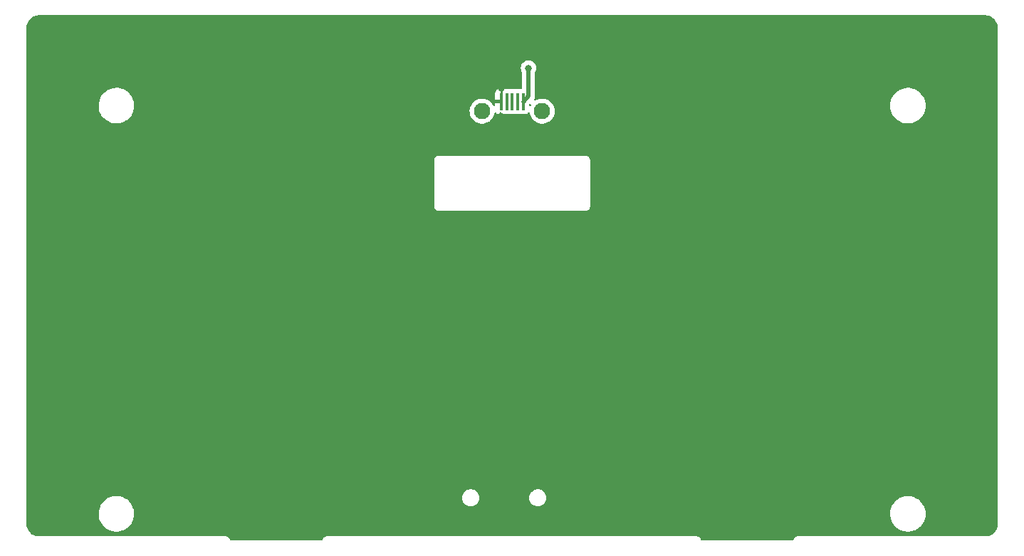
<source format=gbr>
%TF.GenerationSoftware,KiCad,Pcbnew,(6.0.1)*%
%TF.CreationDate,2022-12-13T21:33:40+01:00*%
%TF.ProjectId,SRD_Enhanced,5352445f-456e-4686-916e-6365642e6b69,rev?*%
%TF.SameCoordinates,Original*%
%TF.FileFunction,Copper,L2,Bot*%
%TF.FilePolarity,Positive*%
%FSLAX46Y46*%
G04 Gerber Fmt 4.6, Leading zero omitted, Abs format (unit mm)*
G04 Created by KiCad (PCBNEW (6.0.1)) date 2022-12-13 21:33:40*
%MOMM*%
%LPD*%
G01*
G04 APERTURE LIST*
%TA.AperFunction,SMDPad,CuDef*%
%ADD10R,0.400000X2.000000*%
%TD*%
%TA.AperFunction,ComponentPad*%
%ADD11C,1.946000*%
%TD*%
%TA.AperFunction,ViaPad*%
%ADD12C,0.800000*%
%TD*%
%TA.AperFunction,Conductor*%
%ADD13C,0.250000*%
%TD*%
%TA.AperFunction,Conductor*%
%ADD14C,0.399800*%
%TD*%
%TA.AperFunction,Conductor*%
%ADD15C,0.500000*%
%TD*%
G04 APERTURE END LIST*
D10*
%TO.P,J3,1,1*%
%TO.N,+5V*%
X113050000Y-50775000D03*
%TO.P,J3,2,2*%
%TO.N,unconnected-(J3-Pad2)*%
X112400000Y-50775000D03*
%TO.P,J3,3,3*%
%TO.N,unconnected-(J3-Pad3)*%
X111750000Y-50775000D03*
%TO.P,J3,4,4*%
%TO.N,unconnected-(J3-Pad4)*%
X111100000Y-50775000D03*
%TO.P,J3,5,5*%
%TO.N,GND*%
X110450000Y-50775000D03*
D11*
%TO.P,J3,MH1,MH1*%
%TO.N,unconnected-(J3-PadMH1)*%
X115325000Y-51915000D03*
%TO.P,J3,MH2,MH2*%
%TO.N,unconnected-(J3-PadMH2)*%
X108175000Y-51915000D03*
%TD*%
D12*
%TO.N,GND*%
X110450000Y-49166500D03*
X132900000Y-61650000D03*
X107000000Y-90550000D03*
%TO.N,+5V*%
X113695000Y-46798400D03*
%TD*%
D13*
%TO.N,GND*%
X110450000Y-49166500D02*
X110450000Y-50775000D01*
D14*
%TO.N,+5V*%
X113050200Y-50775000D02*
X113050000Y-50775000D01*
D15*
X113050200Y-50775000D02*
X113695000Y-50130200D01*
X113695000Y-50130200D02*
X113695000Y-46798400D01*
%TD*%
%TA.AperFunction,Conductor*%
%TO.N,GND*%
G36*
X167970056Y-40509500D02*
G01*
X167972284Y-40509847D01*
X167984859Y-40511805D01*
X167984861Y-40511805D01*
X167993730Y-40513186D01*
X168002632Y-40512022D01*
X168002634Y-40512022D01*
X168008959Y-40511195D01*
X168034282Y-40510452D01*
X168198126Y-40522170D01*
X168203343Y-40522543D01*
X168221137Y-40525101D01*
X168411540Y-40566521D01*
X168428788Y-40571586D01*
X168611358Y-40639682D01*
X168627710Y-40647149D01*
X168693020Y-40682810D01*
X168798734Y-40740534D01*
X168813848Y-40750248D01*
X168923516Y-40832344D01*
X168969842Y-40867023D01*
X168983428Y-40878796D01*
X169121204Y-41016572D01*
X169132977Y-41030158D01*
X169249752Y-41186152D01*
X169259469Y-41201271D01*
X169352851Y-41372290D01*
X169360318Y-41388642D01*
X169428414Y-41571212D01*
X169433480Y-41588462D01*
X169474899Y-41778863D01*
X169477457Y-41796658D01*
X169489041Y-41958629D01*
X169488297Y-41976533D01*
X169488195Y-41984858D01*
X169486814Y-41993730D01*
X169487978Y-42002632D01*
X169487978Y-42002635D01*
X169490936Y-42025251D01*
X169492000Y-42041589D01*
X169492000Y-100950672D01*
X169490500Y-100970056D01*
X169486814Y-100993730D01*
X169487978Y-101002632D01*
X169487978Y-101002634D01*
X169488805Y-101008959D01*
X169489548Y-101034282D01*
X169483732Y-101115605D01*
X169477457Y-101203343D01*
X169474899Y-101221137D01*
X169433480Y-101411538D01*
X169428414Y-101428788D01*
X169360318Y-101611358D01*
X169352851Y-101627710D01*
X169259469Y-101798729D01*
X169249752Y-101813848D01*
X169203214Y-101876016D01*
X169132977Y-101969842D01*
X169121204Y-101983428D01*
X168983428Y-102121204D01*
X168969841Y-102132977D01*
X168813848Y-102249752D01*
X168798734Y-102259466D01*
X168693020Y-102317190D01*
X168627710Y-102352851D01*
X168611358Y-102360318D01*
X168428788Y-102428414D01*
X168411540Y-102433479D01*
X168248022Y-102469051D01*
X168221137Y-102474899D01*
X168203342Y-102477457D01*
X168154443Y-102480954D01*
X168041369Y-102489041D01*
X168023467Y-102488297D01*
X168015142Y-102488195D01*
X168006270Y-102486814D01*
X167997368Y-102487978D01*
X167997365Y-102487978D01*
X167974749Y-102490936D01*
X167958411Y-102492000D01*
X145708702Y-102492000D01*
X145707932Y-102491998D01*
X145707078Y-102491993D01*
X145630348Y-102491524D01*
X145621719Y-102493990D01*
X145621714Y-102493991D01*
X145601952Y-102499639D01*
X145585191Y-102503217D01*
X145564848Y-102506130D01*
X145564838Y-102506133D01*
X145555955Y-102507405D01*
X145532605Y-102518021D01*
X145515093Y-102524464D01*
X145507057Y-102526761D01*
X145490435Y-102531512D01*
X145465452Y-102547274D01*
X145450386Y-102555404D01*
X145423490Y-102567633D01*
X145404061Y-102584374D01*
X145389053Y-102595479D01*
X145367369Y-102609160D01*
X145361427Y-102615888D01*
X145347819Y-102631296D01*
X145335627Y-102643340D01*
X145313253Y-102662619D01*
X145308374Y-102670147D01*
X145308371Y-102670150D01*
X145299304Y-102684139D01*
X145288014Y-102699013D01*
X145271044Y-102718228D01*
X145258490Y-102744966D01*
X145250176Y-102759935D01*
X145234107Y-102784727D01*
X145231535Y-102793327D01*
X145226761Y-102809290D01*
X145220099Y-102826736D01*
X145209201Y-102849948D01*
X145204658Y-102879128D01*
X145200873Y-102895854D01*
X145196609Y-102910109D01*
X145157924Y-102969640D01*
X145093195Y-102998807D01*
X145075894Y-103000000D01*
X134323417Y-103000000D01*
X134255296Y-102979998D01*
X134208803Y-102926342D01*
X134202268Y-102908627D01*
X134200361Y-102901955D01*
X134196783Y-102885191D01*
X134193870Y-102864848D01*
X134193867Y-102864838D01*
X134192595Y-102855955D01*
X134181979Y-102832605D01*
X134175536Y-102815093D01*
X134170954Y-102799063D01*
X134168488Y-102790435D01*
X134152726Y-102765452D01*
X134144596Y-102750386D01*
X134132367Y-102723490D01*
X134115626Y-102704061D01*
X134104521Y-102689053D01*
X134095630Y-102674961D01*
X134090840Y-102667369D01*
X134068703Y-102647818D01*
X134056659Y-102635626D01*
X134043239Y-102620051D01*
X134043237Y-102620050D01*
X134037381Y-102613253D01*
X134029853Y-102608374D01*
X134029850Y-102608371D01*
X134015861Y-102599304D01*
X134000987Y-102588014D01*
X133988502Y-102576988D01*
X133981772Y-102571044D01*
X133973646Y-102567229D01*
X133973645Y-102567228D01*
X133967979Y-102564568D01*
X133955034Y-102558490D01*
X133940065Y-102550176D01*
X133915273Y-102534107D01*
X133890709Y-102526761D01*
X133873264Y-102520099D01*
X133868827Y-102518016D01*
X133850052Y-102509201D01*
X133820870Y-102504657D01*
X133804151Y-102500874D01*
X133784464Y-102494986D01*
X133784461Y-102494985D01*
X133775859Y-102492413D01*
X133766884Y-102492358D01*
X133766883Y-102492358D01*
X133760190Y-102492317D01*
X133741444Y-102492203D01*
X133740672Y-102492170D01*
X133739577Y-102492000D01*
X133708702Y-102492000D01*
X133707932Y-102491998D01*
X133634284Y-102491548D01*
X133634283Y-102491548D01*
X133630348Y-102491524D01*
X133629004Y-102491908D01*
X133627659Y-102492000D01*
X89708702Y-102492000D01*
X89707932Y-102491998D01*
X89707078Y-102491993D01*
X89630348Y-102491524D01*
X89621719Y-102493990D01*
X89621714Y-102493991D01*
X89601952Y-102499639D01*
X89585191Y-102503217D01*
X89564848Y-102506130D01*
X89564838Y-102506133D01*
X89555955Y-102507405D01*
X89532605Y-102518021D01*
X89515093Y-102524464D01*
X89507057Y-102526761D01*
X89490435Y-102531512D01*
X89465452Y-102547274D01*
X89450386Y-102555404D01*
X89423490Y-102567633D01*
X89404061Y-102584374D01*
X89389053Y-102595479D01*
X89367369Y-102609160D01*
X89361427Y-102615888D01*
X89347819Y-102631296D01*
X89335627Y-102643340D01*
X89313253Y-102662619D01*
X89308374Y-102670147D01*
X89308371Y-102670150D01*
X89299304Y-102684139D01*
X89288014Y-102699013D01*
X89271044Y-102718228D01*
X89258490Y-102744966D01*
X89250176Y-102759935D01*
X89234107Y-102784727D01*
X89231535Y-102793327D01*
X89226761Y-102809290D01*
X89220099Y-102826736D01*
X89209201Y-102849948D01*
X89204658Y-102879128D01*
X89200873Y-102895854D01*
X89196609Y-102910109D01*
X89157924Y-102969640D01*
X89093195Y-102998807D01*
X89075894Y-103000000D01*
X78323417Y-103000000D01*
X78255296Y-102979998D01*
X78208803Y-102926342D01*
X78202268Y-102908627D01*
X78200361Y-102901955D01*
X78196783Y-102885191D01*
X78193870Y-102864848D01*
X78193867Y-102864838D01*
X78192595Y-102855955D01*
X78181979Y-102832605D01*
X78175536Y-102815093D01*
X78170954Y-102799063D01*
X78168488Y-102790435D01*
X78152726Y-102765452D01*
X78144596Y-102750386D01*
X78132367Y-102723490D01*
X78115626Y-102704061D01*
X78104521Y-102689053D01*
X78095630Y-102674961D01*
X78090840Y-102667369D01*
X78068703Y-102647818D01*
X78056659Y-102635626D01*
X78043239Y-102620051D01*
X78043237Y-102620050D01*
X78037381Y-102613253D01*
X78029853Y-102608374D01*
X78029850Y-102608371D01*
X78015861Y-102599304D01*
X78000987Y-102588014D01*
X77988502Y-102576988D01*
X77981772Y-102571044D01*
X77973646Y-102567229D01*
X77973645Y-102567228D01*
X77967979Y-102564568D01*
X77955034Y-102558490D01*
X77940065Y-102550176D01*
X77915273Y-102534107D01*
X77890709Y-102526761D01*
X77873264Y-102520099D01*
X77868827Y-102518016D01*
X77850052Y-102509201D01*
X77820870Y-102504657D01*
X77804151Y-102500874D01*
X77784464Y-102494986D01*
X77784461Y-102494985D01*
X77775859Y-102492413D01*
X77766884Y-102492358D01*
X77766883Y-102492358D01*
X77760190Y-102492317D01*
X77741444Y-102492203D01*
X77740672Y-102492170D01*
X77739577Y-102492000D01*
X77708702Y-102492000D01*
X77707932Y-102491998D01*
X77634284Y-102491548D01*
X77634283Y-102491548D01*
X77630348Y-102491524D01*
X77629004Y-102491908D01*
X77627659Y-102492000D01*
X55549328Y-102492000D01*
X55529943Y-102490500D01*
X55529661Y-102490456D01*
X55527117Y-102490060D01*
X55515141Y-102488195D01*
X55515139Y-102488195D01*
X55506270Y-102486814D01*
X55497368Y-102487978D01*
X55497366Y-102487978D01*
X55491041Y-102488805D01*
X55465718Y-102489548D01*
X55296657Y-102477457D01*
X55278863Y-102474899D01*
X55251978Y-102469051D01*
X55088460Y-102433479D01*
X55071212Y-102428414D01*
X54888642Y-102360318D01*
X54872290Y-102352851D01*
X54806980Y-102317190D01*
X54701266Y-102259466D01*
X54686152Y-102249752D01*
X54530159Y-102132977D01*
X54516572Y-102121204D01*
X54378796Y-101983428D01*
X54367023Y-101969842D01*
X54296786Y-101876016D01*
X54250248Y-101813848D01*
X54240531Y-101798729D01*
X54147149Y-101627710D01*
X54139682Y-101611358D01*
X54071586Y-101428788D01*
X54066520Y-101411538D01*
X54025101Y-101221137D01*
X54022543Y-101203342D01*
X54010959Y-101041371D01*
X54011703Y-101023467D01*
X54011805Y-101015142D01*
X54013186Y-101006270D01*
X54011547Y-100993730D01*
X54009064Y-100974749D01*
X54008000Y-100958411D01*
X54008000Y-99777874D01*
X62587190Y-99777874D01*
X62603735Y-100064820D01*
X62604560Y-100069025D01*
X62604561Y-100069033D01*
X62638919Y-100244156D01*
X62659070Y-100346865D01*
X62660457Y-100350916D01*
X62736206Y-100572161D01*
X62752171Y-100618792D01*
X62881316Y-100875567D01*
X62883742Y-100879096D01*
X62883745Y-100879102D01*
X62946257Y-100970057D01*
X63044114Y-101112439D01*
X63093653Y-101166882D01*
X63217382Y-101302858D01*
X63237553Y-101325026D01*
X63240841Y-101327775D01*
X63454761Y-101506641D01*
X63454766Y-101506645D01*
X63458053Y-101509393D01*
X63579794Y-101585761D01*
X63697895Y-101659846D01*
X63697899Y-101659848D01*
X63701535Y-101662129D01*
X63963493Y-101780407D01*
X64239079Y-101862040D01*
X64243313Y-101862688D01*
X64243318Y-101862689D01*
X64428169Y-101890975D01*
X64523195Y-101905516D01*
X64669580Y-101907815D01*
X64806291Y-101909963D01*
X64806297Y-101909963D01*
X64810582Y-101910030D01*
X65095923Y-101875500D01*
X65373937Y-101802565D01*
X65377897Y-101800925D01*
X65377902Y-101800923D01*
X65520911Y-101741686D01*
X65639481Y-101692573D01*
X65795675Y-101601301D01*
X65883943Y-101549721D01*
X65883944Y-101549721D01*
X65887641Y-101547560D01*
X66113823Y-101370210D01*
X66313844Y-101163804D01*
X66316377Y-101160356D01*
X66316381Y-101160351D01*
X66481464Y-100935617D01*
X66484002Y-100932162D01*
X66621149Y-100679571D01*
X66671947Y-100545137D01*
X66721227Y-100414721D01*
X66721228Y-100414718D01*
X66722745Y-100410703D01*
X66786912Y-100130534D01*
X66793661Y-100054922D01*
X66812243Y-99846715D01*
X66812463Y-99844250D01*
X66812926Y-99800000D01*
X66812757Y-99797519D01*
X66811418Y-99777874D01*
X156687190Y-99777874D01*
X156703735Y-100064820D01*
X156704560Y-100069025D01*
X156704561Y-100069033D01*
X156738919Y-100244156D01*
X156759070Y-100346865D01*
X156760457Y-100350916D01*
X156836206Y-100572161D01*
X156852171Y-100618792D01*
X156981316Y-100875567D01*
X156983742Y-100879096D01*
X156983745Y-100879102D01*
X157046257Y-100970057D01*
X157144114Y-101112439D01*
X157193653Y-101166882D01*
X157317382Y-101302858D01*
X157337553Y-101325026D01*
X157340841Y-101327775D01*
X157554761Y-101506641D01*
X157554766Y-101506645D01*
X157558053Y-101509393D01*
X157679794Y-101585761D01*
X157797895Y-101659846D01*
X157797899Y-101659848D01*
X157801535Y-101662129D01*
X158063493Y-101780407D01*
X158339079Y-101862040D01*
X158343313Y-101862688D01*
X158343318Y-101862689D01*
X158528169Y-101890975D01*
X158623195Y-101905516D01*
X158769580Y-101907815D01*
X158906291Y-101909963D01*
X158906297Y-101909963D01*
X158910582Y-101910030D01*
X159195923Y-101875500D01*
X159473937Y-101802565D01*
X159477897Y-101800925D01*
X159477902Y-101800923D01*
X159620911Y-101741686D01*
X159739481Y-101692573D01*
X159895675Y-101601301D01*
X159983943Y-101549721D01*
X159983944Y-101549721D01*
X159987641Y-101547560D01*
X160213823Y-101370210D01*
X160413844Y-101163804D01*
X160416377Y-101160356D01*
X160416381Y-101160351D01*
X160581464Y-100935617D01*
X160584002Y-100932162D01*
X160721149Y-100679571D01*
X160771947Y-100545137D01*
X160821227Y-100414721D01*
X160821228Y-100414718D01*
X160822745Y-100410703D01*
X160886912Y-100130534D01*
X160893661Y-100054922D01*
X160912243Y-99846715D01*
X160912463Y-99844250D01*
X160912926Y-99800000D01*
X160912757Y-99797519D01*
X160893669Y-99517520D01*
X160893668Y-99517514D01*
X160893377Y-99513243D01*
X160888841Y-99491337D01*
X160835962Y-99235998D01*
X160835091Y-99231792D01*
X160827556Y-99210512D01*
X160740579Y-98964897D01*
X160739148Y-98960856D01*
X160607321Y-98705447D01*
X160542341Y-98612989D01*
X160444515Y-98473798D01*
X160442052Y-98470293D01*
X160282058Y-98298119D01*
X160249318Y-98262886D01*
X160249315Y-98262883D01*
X160246397Y-98259743D01*
X160023978Y-98077695D01*
X159778910Y-97927517D01*
X159774993Y-97925798D01*
X159774990Y-97925796D01*
X159658678Y-97874739D01*
X159515728Y-97811989D01*
X159511600Y-97810813D01*
X159511597Y-97810812D01*
X159425693Y-97786342D01*
X159239302Y-97733247D01*
X159235060Y-97732643D01*
X159235054Y-97732642D01*
X158958998Y-97693353D01*
X158954747Y-97692748D01*
X158803246Y-97691955D01*
X158671614Y-97691265D01*
X158671608Y-97691265D01*
X158667328Y-97691243D01*
X158663083Y-97691802D01*
X158663081Y-97691802D01*
X158597784Y-97700399D01*
X158382365Y-97728760D01*
X158105129Y-97804603D01*
X157840752Y-97917369D01*
X157837071Y-97919572D01*
X157597806Y-98062768D01*
X157597802Y-98062771D01*
X157594124Y-98064972D01*
X157590781Y-98067650D01*
X157590777Y-98067653D01*
X157538353Y-98109653D01*
X157369811Y-98244681D01*
X157171963Y-98453170D01*
X157004240Y-98686581D01*
X156869746Y-98940596D01*
X156770971Y-99210512D01*
X156709741Y-99491337D01*
X156687698Y-99771415D01*
X156687190Y-99777874D01*
X66811418Y-99777874D01*
X66793669Y-99517520D01*
X66793668Y-99517514D01*
X66793377Y-99513243D01*
X66788841Y-99491337D01*
X66735962Y-99235998D01*
X66735091Y-99231792D01*
X66727556Y-99210512D01*
X66640579Y-98964897D01*
X66639148Y-98960856D01*
X66507321Y-98705447D01*
X66442341Y-98612989D01*
X66344515Y-98473798D01*
X66342052Y-98470293D01*
X66182058Y-98298119D01*
X66149318Y-98262886D01*
X66149315Y-98262883D01*
X66146397Y-98259743D01*
X65923978Y-98077695D01*
X65678910Y-97927517D01*
X65674993Y-97925798D01*
X65674990Y-97925796D01*
X65600107Y-97892925D01*
X105806645Y-97892925D01*
X105809793Y-97927517D01*
X105823708Y-98080411D01*
X105824570Y-98089888D01*
X105880410Y-98279619D01*
X105883263Y-98285077D01*
X105883265Y-98285081D01*
X105930720Y-98375853D01*
X105972040Y-98454890D01*
X106095968Y-98609025D01*
X106100692Y-98612989D01*
X106107933Y-98619065D01*
X106247474Y-98736154D01*
X106252872Y-98739121D01*
X106252877Y-98739125D01*
X106389762Y-98814377D01*
X106420787Y-98831433D01*
X106426654Y-98833294D01*
X106426656Y-98833295D01*
X106603436Y-98889373D01*
X106609306Y-98891235D01*
X106763227Y-98908500D01*
X106869769Y-98908500D01*
X106872825Y-98908200D01*
X106872832Y-98908200D01*
X106931340Y-98902463D01*
X107016833Y-98894080D01*
X107022734Y-98892298D01*
X107022736Y-98892298D01*
X107096053Y-98870162D01*
X107206169Y-98836916D01*
X107380796Y-98744066D01*
X107467062Y-98673709D01*
X107529287Y-98622960D01*
X107529290Y-98622957D01*
X107534062Y-98619065D01*
X107546344Y-98604219D01*
X107656201Y-98471425D01*
X107656203Y-98471421D01*
X107660130Y-98466675D01*
X107754198Y-98292701D01*
X107812682Y-98103768D01*
X107816991Y-98062768D01*
X107832711Y-97913204D01*
X107832711Y-97913202D01*
X107833355Y-97907075D01*
X107832067Y-97892925D01*
X113786645Y-97892925D01*
X113789793Y-97927517D01*
X113803708Y-98080411D01*
X113804570Y-98089888D01*
X113860410Y-98279619D01*
X113863263Y-98285077D01*
X113863265Y-98285081D01*
X113910720Y-98375853D01*
X113952040Y-98454890D01*
X114075968Y-98609025D01*
X114080692Y-98612989D01*
X114087933Y-98619065D01*
X114227474Y-98736154D01*
X114232872Y-98739121D01*
X114232877Y-98739125D01*
X114369762Y-98814377D01*
X114400787Y-98831433D01*
X114406654Y-98833294D01*
X114406656Y-98833295D01*
X114583436Y-98889373D01*
X114589306Y-98891235D01*
X114743227Y-98908500D01*
X114849769Y-98908500D01*
X114852825Y-98908200D01*
X114852832Y-98908200D01*
X114911340Y-98902463D01*
X114996833Y-98894080D01*
X115002734Y-98892298D01*
X115002736Y-98892298D01*
X115076053Y-98870162D01*
X115186169Y-98836916D01*
X115360796Y-98744066D01*
X115447062Y-98673709D01*
X115509287Y-98622960D01*
X115509290Y-98622957D01*
X115514062Y-98619065D01*
X115526344Y-98604219D01*
X115636201Y-98471425D01*
X115636203Y-98471421D01*
X115640130Y-98466675D01*
X115734198Y-98292701D01*
X115792682Y-98103768D01*
X115796991Y-98062768D01*
X115812711Y-97913204D01*
X115812711Y-97913202D01*
X115813355Y-97907075D01*
X115797643Y-97734424D01*
X115795989Y-97716251D01*
X115795988Y-97716248D01*
X115795430Y-97710112D01*
X115739590Y-97520381D01*
X115729919Y-97501881D01*
X115650813Y-97350568D01*
X115647960Y-97345110D01*
X115524032Y-97190975D01*
X115517727Y-97185684D01*
X115501334Y-97171929D01*
X115372526Y-97063846D01*
X115367128Y-97060879D01*
X115367123Y-97060875D01*
X115204608Y-96971533D01*
X115204609Y-96971533D01*
X115199213Y-96968567D01*
X115193346Y-96966706D01*
X115193344Y-96966705D01*
X115016564Y-96910627D01*
X115016563Y-96910627D01*
X115010694Y-96908765D01*
X114856773Y-96891500D01*
X114750231Y-96891500D01*
X114747175Y-96891800D01*
X114747168Y-96891800D01*
X114688660Y-96897537D01*
X114603167Y-96905920D01*
X114597266Y-96907702D01*
X114597264Y-96907702D01*
X114523947Y-96929838D01*
X114413831Y-96963084D01*
X114239204Y-97055934D01*
X114152938Y-97126291D01*
X114090713Y-97177040D01*
X114090710Y-97177043D01*
X114085938Y-97180935D01*
X114082011Y-97185682D01*
X114082009Y-97185684D01*
X113963799Y-97328575D01*
X113963797Y-97328579D01*
X113959870Y-97333325D01*
X113865802Y-97507299D01*
X113807318Y-97696232D01*
X113806674Y-97702357D01*
X113806674Y-97702358D01*
X113795152Y-97811989D01*
X113786645Y-97892925D01*
X107832067Y-97892925D01*
X107817643Y-97734424D01*
X107815989Y-97716251D01*
X107815988Y-97716248D01*
X107815430Y-97710112D01*
X107759590Y-97520381D01*
X107749919Y-97501881D01*
X107670813Y-97350568D01*
X107667960Y-97345110D01*
X107544032Y-97190975D01*
X107537727Y-97185684D01*
X107521334Y-97171929D01*
X107392526Y-97063846D01*
X107387128Y-97060879D01*
X107387123Y-97060875D01*
X107224608Y-96971533D01*
X107224609Y-96971533D01*
X107219213Y-96968567D01*
X107213346Y-96966706D01*
X107213344Y-96966705D01*
X107036564Y-96910627D01*
X107036563Y-96910627D01*
X107030694Y-96908765D01*
X106876773Y-96891500D01*
X106770231Y-96891500D01*
X106767175Y-96891800D01*
X106767168Y-96891800D01*
X106708660Y-96897537D01*
X106623167Y-96905920D01*
X106617266Y-96907702D01*
X106617264Y-96907702D01*
X106543947Y-96929838D01*
X106433831Y-96963084D01*
X106259204Y-97055934D01*
X106172938Y-97126291D01*
X106110713Y-97177040D01*
X106110710Y-97177043D01*
X106105938Y-97180935D01*
X106102011Y-97185682D01*
X106102009Y-97185684D01*
X105983799Y-97328575D01*
X105983797Y-97328579D01*
X105979870Y-97333325D01*
X105885802Y-97507299D01*
X105827318Y-97696232D01*
X105826674Y-97702357D01*
X105826674Y-97702358D01*
X105815152Y-97811989D01*
X105806645Y-97892925D01*
X65600107Y-97892925D01*
X65558678Y-97874739D01*
X65415728Y-97811989D01*
X65411600Y-97810813D01*
X65411597Y-97810812D01*
X65325693Y-97786342D01*
X65139302Y-97733247D01*
X65135060Y-97732643D01*
X65135054Y-97732642D01*
X64858998Y-97693353D01*
X64854747Y-97692748D01*
X64703246Y-97691955D01*
X64571614Y-97691265D01*
X64571608Y-97691265D01*
X64567328Y-97691243D01*
X64563083Y-97691802D01*
X64563081Y-97691802D01*
X64497784Y-97700399D01*
X64282365Y-97728760D01*
X64005129Y-97804603D01*
X63740752Y-97917369D01*
X63737071Y-97919572D01*
X63497806Y-98062768D01*
X63497802Y-98062771D01*
X63494124Y-98064972D01*
X63490781Y-98067650D01*
X63490777Y-98067653D01*
X63438353Y-98109653D01*
X63269811Y-98244681D01*
X63071963Y-98453170D01*
X62904240Y-98686581D01*
X62769746Y-98940596D01*
X62670971Y-99210512D01*
X62609741Y-99491337D01*
X62587698Y-99771415D01*
X62587190Y-99777874D01*
X54008000Y-99777874D01*
X54008000Y-63319652D01*
X102491524Y-63319652D01*
X102493990Y-63328281D01*
X102493991Y-63328286D01*
X102499639Y-63348048D01*
X102503217Y-63364809D01*
X102506130Y-63385152D01*
X102506133Y-63385162D01*
X102507405Y-63394045D01*
X102518021Y-63417395D01*
X102524464Y-63434907D01*
X102531512Y-63459565D01*
X102547274Y-63484548D01*
X102555404Y-63499614D01*
X102567633Y-63526510D01*
X102584374Y-63545939D01*
X102595479Y-63560947D01*
X102609160Y-63582631D01*
X102615888Y-63588573D01*
X102631296Y-63602181D01*
X102643340Y-63614373D01*
X102662619Y-63636747D01*
X102670147Y-63641626D01*
X102670150Y-63641629D01*
X102684139Y-63650696D01*
X102699013Y-63661986D01*
X102718228Y-63678956D01*
X102726354Y-63682771D01*
X102726355Y-63682772D01*
X102732021Y-63685432D01*
X102744966Y-63691510D01*
X102759935Y-63699824D01*
X102784727Y-63715893D01*
X102801650Y-63720954D01*
X102809290Y-63723239D01*
X102826736Y-63729901D01*
X102849948Y-63740799D01*
X102879130Y-63745343D01*
X102895849Y-63749126D01*
X102915536Y-63755014D01*
X102915539Y-63755015D01*
X102924141Y-63757587D01*
X102933116Y-63757642D01*
X102933117Y-63757642D01*
X102939810Y-63757683D01*
X102958556Y-63757797D01*
X102959328Y-63757830D01*
X102960423Y-63758000D01*
X102991298Y-63758000D01*
X102992068Y-63758002D01*
X103065716Y-63758452D01*
X103065717Y-63758452D01*
X103069652Y-63758476D01*
X103070996Y-63758092D01*
X103072341Y-63758000D01*
X120491298Y-63758000D01*
X120492069Y-63758002D01*
X120569652Y-63758476D01*
X120578281Y-63756010D01*
X120578286Y-63756009D01*
X120598048Y-63750361D01*
X120614809Y-63746783D01*
X120635152Y-63743870D01*
X120635162Y-63743867D01*
X120644045Y-63742595D01*
X120667395Y-63731979D01*
X120684907Y-63725536D01*
X120700937Y-63720954D01*
X120709565Y-63718488D01*
X120734548Y-63702726D01*
X120749614Y-63694596D01*
X120776510Y-63682367D01*
X120795939Y-63665626D01*
X120810947Y-63654521D01*
X120825039Y-63645630D01*
X120832631Y-63640840D01*
X120852182Y-63618703D01*
X120864374Y-63606659D01*
X120879949Y-63593239D01*
X120879950Y-63593237D01*
X120886747Y-63587381D01*
X120891626Y-63579853D01*
X120891629Y-63579850D01*
X120900696Y-63565861D01*
X120911986Y-63550987D01*
X120923012Y-63538502D01*
X120928956Y-63531772D01*
X120941510Y-63505034D01*
X120949824Y-63490065D01*
X120965893Y-63465273D01*
X120973239Y-63440709D01*
X120979901Y-63423264D01*
X120986983Y-63408179D01*
X120990799Y-63400052D01*
X120995343Y-63370870D01*
X120999126Y-63354151D01*
X121005014Y-63334464D01*
X121005015Y-63334461D01*
X121007587Y-63325859D01*
X121007797Y-63291444D01*
X121007830Y-63290672D01*
X121008000Y-63289577D01*
X121008000Y-63258702D01*
X121008002Y-63257932D01*
X121008452Y-63184284D01*
X121008452Y-63184283D01*
X121008476Y-63180348D01*
X121008092Y-63179004D01*
X121008000Y-63177659D01*
X121008000Y-57758702D01*
X121008002Y-57757932D01*
X121008421Y-57689322D01*
X121008476Y-57680348D01*
X121006010Y-57671719D01*
X121006009Y-57671714D01*
X121000361Y-57651952D01*
X120996783Y-57635191D01*
X120993870Y-57614848D01*
X120993867Y-57614838D01*
X120992595Y-57605955D01*
X120981979Y-57582605D01*
X120975536Y-57565093D01*
X120970954Y-57549063D01*
X120968488Y-57540435D01*
X120952726Y-57515452D01*
X120944596Y-57500386D01*
X120932367Y-57473490D01*
X120915626Y-57454061D01*
X120904521Y-57439053D01*
X120895630Y-57424961D01*
X120890840Y-57417369D01*
X120868703Y-57397818D01*
X120856659Y-57385626D01*
X120843239Y-57370051D01*
X120843237Y-57370050D01*
X120837381Y-57363253D01*
X120829853Y-57358374D01*
X120829850Y-57358371D01*
X120815861Y-57349304D01*
X120800987Y-57338014D01*
X120788502Y-57326988D01*
X120781772Y-57321044D01*
X120773646Y-57317229D01*
X120773645Y-57317228D01*
X120767979Y-57314568D01*
X120755034Y-57308490D01*
X120740065Y-57300176D01*
X120715273Y-57284107D01*
X120690709Y-57276761D01*
X120673264Y-57270099D01*
X120668827Y-57268016D01*
X120650052Y-57259201D01*
X120620870Y-57254657D01*
X120604151Y-57250874D01*
X120584464Y-57244986D01*
X120584461Y-57244985D01*
X120575859Y-57242413D01*
X120566884Y-57242358D01*
X120566883Y-57242358D01*
X120560190Y-57242317D01*
X120541444Y-57242203D01*
X120540672Y-57242170D01*
X120539577Y-57242000D01*
X120508702Y-57242000D01*
X120507932Y-57241998D01*
X120434284Y-57241548D01*
X120434283Y-57241548D01*
X120430348Y-57241524D01*
X120429004Y-57241908D01*
X120427659Y-57242000D01*
X103008702Y-57242000D01*
X103007932Y-57241998D01*
X103007078Y-57241993D01*
X102930348Y-57241524D01*
X102921719Y-57243990D01*
X102921714Y-57243991D01*
X102901952Y-57249639D01*
X102885191Y-57253217D01*
X102864848Y-57256130D01*
X102864838Y-57256133D01*
X102855955Y-57257405D01*
X102832605Y-57268021D01*
X102815093Y-57274464D01*
X102807057Y-57276761D01*
X102790435Y-57281512D01*
X102765452Y-57297274D01*
X102750386Y-57305404D01*
X102723490Y-57317633D01*
X102704061Y-57334374D01*
X102689053Y-57345479D01*
X102667369Y-57359160D01*
X102661427Y-57365888D01*
X102647819Y-57381296D01*
X102635627Y-57393340D01*
X102613253Y-57412619D01*
X102608374Y-57420147D01*
X102608371Y-57420150D01*
X102599304Y-57434139D01*
X102588014Y-57449013D01*
X102571044Y-57468228D01*
X102558490Y-57494966D01*
X102550176Y-57509935D01*
X102534107Y-57534727D01*
X102531535Y-57543327D01*
X102526761Y-57559290D01*
X102520099Y-57576736D01*
X102509201Y-57599948D01*
X102504658Y-57629128D01*
X102500874Y-57645849D01*
X102494986Y-57665536D01*
X102494985Y-57665539D01*
X102492413Y-57674141D01*
X102492358Y-57683116D01*
X102492358Y-57683117D01*
X102492203Y-57708546D01*
X102492170Y-57709328D01*
X102492000Y-57710423D01*
X102492000Y-57741298D01*
X102491998Y-57742068D01*
X102491524Y-57819652D01*
X102491908Y-57820996D01*
X102492000Y-57822341D01*
X102492000Y-63241298D01*
X102491998Y-63242068D01*
X102491524Y-63319652D01*
X54008000Y-63319652D01*
X54008000Y-51237874D01*
X62587190Y-51237874D01*
X62603735Y-51524820D01*
X62604560Y-51529025D01*
X62604561Y-51529033D01*
X62626642Y-51641579D01*
X62659070Y-51806865D01*
X62660457Y-51810916D01*
X62745724Y-52059961D01*
X62752171Y-52078792D01*
X62784787Y-52143642D01*
X62851913Y-52277105D01*
X62881316Y-52335567D01*
X62883742Y-52339096D01*
X62883745Y-52339102D01*
X62922587Y-52395617D01*
X63044114Y-52572439D01*
X63237553Y-52785026D01*
X63240841Y-52787775D01*
X63454761Y-52966641D01*
X63454766Y-52966645D01*
X63458053Y-52969393D01*
X63579794Y-53045761D01*
X63697895Y-53119846D01*
X63697899Y-53119848D01*
X63701535Y-53122129D01*
X63705445Y-53123894D01*
X63705446Y-53123895D01*
X63725020Y-53132733D01*
X63963493Y-53240407D01*
X64239079Y-53322040D01*
X64243313Y-53322688D01*
X64243318Y-53322689D01*
X64494095Y-53361063D01*
X64523195Y-53365516D01*
X64669580Y-53367815D01*
X64806291Y-53369963D01*
X64806297Y-53369963D01*
X64810582Y-53370030D01*
X65095923Y-53335500D01*
X65373937Y-53262565D01*
X65377897Y-53260925D01*
X65377902Y-53260923D01*
X65551751Y-53188912D01*
X65639481Y-53152573D01*
X65673434Y-53132733D01*
X65883943Y-53009721D01*
X65883944Y-53009721D01*
X65887641Y-53007560D01*
X65931447Y-52973212D01*
X66110451Y-52832854D01*
X66113823Y-52830210D01*
X66149901Y-52792981D01*
X66310861Y-52626882D01*
X66313844Y-52623804D01*
X66316377Y-52620356D01*
X66316381Y-52620351D01*
X66481464Y-52395617D01*
X66484002Y-52392162D01*
X66621149Y-52139571D01*
X66679833Y-51984266D01*
X66719731Y-51878680D01*
X106688867Y-51878680D01*
X106689164Y-51883833D01*
X106689164Y-51883836D01*
X106699270Y-52059116D01*
X106702890Y-52121892D01*
X106704027Y-52126938D01*
X106704028Y-52126944D01*
X106726975Y-52228767D01*
X106756448Y-52359547D01*
X106758390Y-52364329D01*
X106758391Y-52364333D01*
X106841460Y-52568907D01*
X106848102Y-52585264D01*
X106975391Y-52792981D01*
X107134897Y-52977119D01*
X107322334Y-53132733D01*
X107532671Y-53255643D01*
X107537496Y-53257485D01*
X107537497Y-53257486D01*
X107553649Y-53263654D01*
X107760258Y-53342551D01*
X107765324Y-53343582D01*
X107765325Y-53343582D01*
X107822482Y-53355211D01*
X107998983Y-53391120D01*
X108136350Y-53396157D01*
X108237272Y-53399858D01*
X108237276Y-53399858D01*
X108242436Y-53400047D01*
X108247556Y-53399391D01*
X108247558Y-53399391D01*
X108478949Y-53369749D01*
X108478950Y-53369749D01*
X108484077Y-53369092D01*
X108495997Y-53365516D01*
X108712464Y-53300572D01*
X108717417Y-53299086D01*
X108722056Y-53296813D01*
X108722062Y-53296811D01*
X108931556Y-53194181D01*
X108931559Y-53194179D01*
X108936191Y-53191910D01*
X108994372Y-53150410D01*
X109130315Y-53053444D01*
X109130319Y-53053441D01*
X109134523Y-53050442D01*
X109180204Y-53004920D01*
X109303424Y-52882129D01*
X109303428Y-52882124D01*
X109307085Y-52878480D01*
X109368523Y-52792981D01*
X109446226Y-52684845D01*
X109449245Y-52680644D01*
X109557184Y-52462245D01*
X109596836Y-52331736D01*
X109626500Y-52234103D01*
X109626501Y-52234097D01*
X109628004Y-52229151D01*
X109636584Y-52163980D01*
X109665307Y-52099052D01*
X109724572Y-52059961D01*
X109795563Y-52059116D01*
X109855742Y-52096786D01*
X109862333Y-52104862D01*
X109881716Y-52130725D01*
X109894276Y-52143285D01*
X109996351Y-52219786D01*
X110011946Y-52228324D01*
X110132394Y-52273478D01*
X110147649Y-52277105D01*
X110198514Y-52282631D01*
X110205328Y-52283000D01*
X110231885Y-52283000D01*
X110247124Y-52278525D01*
X110248329Y-52277135D01*
X110250000Y-52269452D01*
X110250000Y-52133884D01*
X110270002Y-52065763D01*
X110323658Y-52019270D01*
X110393932Y-52009166D01*
X110458512Y-52038660D01*
X110476825Y-52058317D01*
X110536739Y-52138261D01*
X110543919Y-52143642D01*
X110600760Y-52186242D01*
X110643275Y-52243101D01*
X110646091Y-52251570D01*
X110654475Y-52280123D01*
X110655865Y-52281328D01*
X110663548Y-52282999D01*
X110694669Y-52282999D01*
X110701490Y-52282629D01*
X110760207Y-52276252D01*
X110760505Y-52278998D01*
X110789446Y-52278940D01*
X110789684Y-52276745D01*
X110843867Y-52282631D01*
X110851866Y-52283500D01*
X111348134Y-52283500D01*
X111356134Y-52282631D01*
X111410316Y-52276745D01*
X111410580Y-52279174D01*
X111439420Y-52279174D01*
X111439684Y-52276745D01*
X111493867Y-52282631D01*
X111501866Y-52283500D01*
X111998134Y-52283500D01*
X112006134Y-52282631D01*
X112060316Y-52276745D01*
X112060580Y-52279174D01*
X112089420Y-52279174D01*
X112089684Y-52276745D01*
X112143867Y-52282631D01*
X112151866Y-52283500D01*
X112648134Y-52283500D01*
X112656134Y-52282631D01*
X112710316Y-52276745D01*
X112710580Y-52279174D01*
X112739420Y-52279174D01*
X112739684Y-52276745D01*
X112793867Y-52282631D01*
X112801866Y-52283500D01*
X113298134Y-52283500D01*
X113360316Y-52276745D01*
X113496705Y-52225615D01*
X113613261Y-52138261D01*
X113636605Y-52107113D01*
X113693464Y-52064600D01*
X113764283Y-52059575D01*
X113826576Y-52093635D01*
X113860347Y-52154979D01*
X113888335Y-52279174D01*
X113901841Y-52339102D01*
X113906448Y-52359547D01*
X113908390Y-52364329D01*
X113908391Y-52364333D01*
X113991460Y-52568907D01*
X113998102Y-52585264D01*
X114125391Y-52792981D01*
X114284897Y-52977119D01*
X114472334Y-53132733D01*
X114682671Y-53255643D01*
X114687496Y-53257485D01*
X114687497Y-53257486D01*
X114703649Y-53263654D01*
X114910258Y-53342551D01*
X114915324Y-53343582D01*
X114915325Y-53343582D01*
X114972482Y-53355211D01*
X115148983Y-53391120D01*
X115286350Y-53396157D01*
X115387272Y-53399858D01*
X115387276Y-53399858D01*
X115392436Y-53400047D01*
X115397556Y-53399391D01*
X115397558Y-53399391D01*
X115628949Y-53369749D01*
X115628950Y-53369749D01*
X115634077Y-53369092D01*
X115645997Y-53365516D01*
X115862464Y-53300572D01*
X115867417Y-53299086D01*
X115872056Y-53296813D01*
X115872062Y-53296811D01*
X116081556Y-53194181D01*
X116081559Y-53194179D01*
X116086191Y-53191910D01*
X116144372Y-53150410D01*
X116280315Y-53053444D01*
X116280319Y-53053441D01*
X116284523Y-53050442D01*
X116330204Y-53004920D01*
X116453424Y-52882129D01*
X116453428Y-52882124D01*
X116457085Y-52878480D01*
X116518523Y-52792981D01*
X116596226Y-52684845D01*
X116599245Y-52680644D01*
X116707184Y-52462245D01*
X116746836Y-52331736D01*
X116776500Y-52234103D01*
X116776501Y-52234097D01*
X116778004Y-52229151D01*
X116799514Y-52065763D01*
X116809365Y-51990941D01*
X116809365Y-51990935D01*
X116809802Y-51987619D01*
X116811577Y-51915000D01*
X116803020Y-51810916D01*
X116792039Y-51677354D01*
X116792038Y-51677348D01*
X116791615Y-51672203D01*
X116732267Y-51435927D01*
X116646151Y-51237874D01*
X156687190Y-51237874D01*
X156703735Y-51524820D01*
X156704560Y-51529025D01*
X156704561Y-51529033D01*
X156726642Y-51641579D01*
X156759070Y-51806865D01*
X156760457Y-51810916D01*
X156845724Y-52059961D01*
X156852171Y-52078792D01*
X156884787Y-52143642D01*
X156951913Y-52277105D01*
X156981316Y-52335567D01*
X156983742Y-52339096D01*
X156983745Y-52339102D01*
X157022587Y-52395617D01*
X157144114Y-52572439D01*
X157337553Y-52785026D01*
X157340841Y-52787775D01*
X157554761Y-52966641D01*
X157554766Y-52966645D01*
X157558053Y-52969393D01*
X157679794Y-53045761D01*
X157797895Y-53119846D01*
X157797899Y-53119848D01*
X157801535Y-53122129D01*
X157805445Y-53123894D01*
X157805446Y-53123895D01*
X157825020Y-53132733D01*
X158063493Y-53240407D01*
X158339079Y-53322040D01*
X158343313Y-53322688D01*
X158343318Y-53322689D01*
X158594095Y-53361063D01*
X158623195Y-53365516D01*
X158769580Y-53367815D01*
X158906291Y-53369963D01*
X158906297Y-53369963D01*
X158910582Y-53370030D01*
X159195923Y-53335500D01*
X159473937Y-53262565D01*
X159477897Y-53260925D01*
X159477902Y-53260923D01*
X159651751Y-53188912D01*
X159739481Y-53152573D01*
X159773434Y-53132733D01*
X159983943Y-53009721D01*
X159983944Y-53009721D01*
X159987641Y-53007560D01*
X160031447Y-52973212D01*
X160210451Y-52832854D01*
X160213823Y-52830210D01*
X160249901Y-52792981D01*
X160410861Y-52626882D01*
X160413844Y-52623804D01*
X160416377Y-52620356D01*
X160416381Y-52620351D01*
X160581464Y-52395617D01*
X160584002Y-52392162D01*
X160721149Y-52139571D01*
X160779833Y-51984266D01*
X160821227Y-51874721D01*
X160821228Y-51874718D01*
X160822745Y-51870703D01*
X160867028Y-51677354D01*
X160885954Y-51594718D01*
X160885955Y-51594714D01*
X160886912Y-51590534D01*
X160893661Y-51514922D01*
X160912243Y-51306715D01*
X160912463Y-51304250D01*
X160912926Y-51260000D01*
X160912092Y-51247766D01*
X160893669Y-50977520D01*
X160893668Y-50977514D01*
X160893377Y-50973243D01*
X160888841Y-50951337D01*
X160835962Y-50695998D01*
X160835091Y-50691792D01*
X160830916Y-50680000D01*
X160740579Y-50424897D01*
X160739148Y-50420856D01*
X160607321Y-50165447D01*
X160442052Y-49930293D01*
X160368603Y-49851252D01*
X160249318Y-49722886D01*
X160249315Y-49722883D01*
X160246397Y-49719743D01*
X160023978Y-49537695D01*
X159778910Y-49387517D01*
X159774993Y-49385798D01*
X159774990Y-49385796D01*
X159628919Y-49321676D01*
X159515728Y-49271989D01*
X159511600Y-49270813D01*
X159511597Y-49270812D01*
X159425693Y-49246342D01*
X159239302Y-49193247D01*
X159235060Y-49192643D01*
X159235054Y-49192642D01*
X158958998Y-49153353D01*
X158954747Y-49152748D01*
X158803246Y-49151955D01*
X158671614Y-49151265D01*
X158671608Y-49151265D01*
X158667328Y-49151243D01*
X158663083Y-49151802D01*
X158663081Y-49151802D01*
X158597784Y-49160399D01*
X158382365Y-49188760D01*
X158105129Y-49264603D01*
X157840752Y-49377369D01*
X157837071Y-49379572D01*
X157597806Y-49522768D01*
X157597802Y-49522771D01*
X157594124Y-49524972D01*
X157590781Y-49527650D01*
X157590777Y-49527653D01*
X157579178Y-49536946D01*
X157369811Y-49704681D01*
X157171963Y-49913170D01*
X157004240Y-50146581D01*
X156869746Y-50400596D01*
X156770971Y-50670512D01*
X156709741Y-50951337D01*
X156687698Y-51231415D01*
X156687190Y-51237874D01*
X116646151Y-51237874D01*
X116635125Y-51212517D01*
X116502800Y-51007972D01*
X116485126Y-50988548D01*
X116342321Y-50831608D01*
X116342319Y-50831607D01*
X116338843Y-50827786D01*
X116334792Y-50824587D01*
X116334788Y-50824583D01*
X116151714Y-50680000D01*
X116151710Y-50679998D01*
X116147659Y-50676798D01*
X115934382Y-50559063D01*
X115704740Y-50477743D01*
X115674374Y-50472334D01*
X115469987Y-50435926D01*
X115469983Y-50435926D01*
X115464899Y-50435020D01*
X115385150Y-50434046D01*
X115226472Y-50432107D01*
X115226470Y-50432107D01*
X115221302Y-50432044D01*
X114980489Y-50468894D01*
X114866646Y-50506103D01*
X114753846Y-50542971D01*
X114753840Y-50542974D01*
X114748928Y-50544579D01*
X114744342Y-50546966D01*
X114744338Y-50546968D01*
X114671025Y-50585133D01*
X114536403Y-50655213D01*
X114466744Y-50668926D01*
X114400729Y-50642801D01*
X114359317Y-50585133D01*
X114355658Y-50514231D01*
X114364071Y-50490109D01*
X114375655Y-50465325D01*
X114377561Y-50461425D01*
X114410769Y-50396392D01*
X114412508Y-50389284D01*
X114414607Y-50383641D01*
X114416524Y-50377878D01*
X114419622Y-50371250D01*
X114434487Y-50299783D01*
X114435457Y-50295499D01*
X114452808Y-50224590D01*
X114453500Y-50213436D01*
X114453536Y-50213438D01*
X114453775Y-50209445D01*
X114454149Y-50205253D01*
X114455640Y-50198085D01*
X114453546Y-50120679D01*
X114453500Y-50117272D01*
X114453500Y-47335399D01*
X114470381Y-47272399D01*
X114526223Y-47175679D01*
X114526224Y-47175678D01*
X114529527Y-47169956D01*
X114588542Y-46988328D01*
X114608504Y-46798400D01*
X114588542Y-46608472D01*
X114529527Y-46426844D01*
X114434040Y-46261456D01*
X114306253Y-46119534D01*
X114151752Y-46007282D01*
X114145724Y-46004598D01*
X114145722Y-46004597D01*
X113983319Y-45932291D01*
X113983318Y-45932291D01*
X113977288Y-45929606D01*
X113883888Y-45909753D01*
X113796944Y-45891272D01*
X113796939Y-45891272D01*
X113790487Y-45889900D01*
X113599513Y-45889900D01*
X113593061Y-45891272D01*
X113593056Y-45891272D01*
X113506112Y-45909753D01*
X113412712Y-45929606D01*
X113406682Y-45932291D01*
X113406681Y-45932291D01*
X113244278Y-46004597D01*
X113244276Y-46004598D01*
X113238248Y-46007282D01*
X113083747Y-46119534D01*
X112955960Y-46261456D01*
X112860473Y-46426844D01*
X112801458Y-46608472D01*
X112781496Y-46798400D01*
X112801458Y-46988328D01*
X112860473Y-47169956D01*
X112863776Y-47175678D01*
X112863777Y-47175679D01*
X112919619Y-47272399D01*
X112936500Y-47335399D01*
X112936500Y-49140500D01*
X112916498Y-49208621D01*
X112862842Y-49255114D01*
X112810500Y-49266500D01*
X112801866Y-49266500D01*
X112798469Y-49266869D01*
X112762173Y-49270812D01*
X112739684Y-49273255D01*
X112739420Y-49270826D01*
X112710580Y-49270826D01*
X112710316Y-49273255D01*
X112651531Y-49266869D01*
X112648134Y-49266500D01*
X112151866Y-49266500D01*
X112148469Y-49266869D01*
X112112173Y-49270812D01*
X112089684Y-49273255D01*
X112089420Y-49270826D01*
X112060580Y-49270826D01*
X112060316Y-49273255D01*
X112001531Y-49266869D01*
X111998134Y-49266500D01*
X111501866Y-49266500D01*
X111498469Y-49266869D01*
X111462173Y-49270812D01*
X111439684Y-49273255D01*
X111439420Y-49270826D01*
X111410580Y-49270826D01*
X111410316Y-49273255D01*
X111351531Y-49266869D01*
X111348134Y-49266500D01*
X110851866Y-49266500D01*
X110848469Y-49266869D01*
X110812173Y-49270812D01*
X110789684Y-49273255D01*
X110789452Y-49271116D01*
X110760488Y-49271166D01*
X110760207Y-49273748D01*
X110701486Y-49267369D01*
X110694672Y-49267000D01*
X110668115Y-49267000D01*
X110652876Y-49271475D01*
X110651671Y-49272865D01*
X110647946Y-49289991D01*
X110613922Y-49352303D01*
X110600390Y-49364035D01*
X110569058Y-49387517D01*
X110536739Y-49411739D01*
X110531358Y-49418919D01*
X110476826Y-49491681D01*
X110419967Y-49534196D01*
X110349149Y-49539222D01*
X110286855Y-49505162D01*
X110252865Y-49442831D01*
X110250000Y-49416116D01*
X110250000Y-49285116D01*
X110245525Y-49269877D01*
X110244135Y-49268672D01*
X110236452Y-49267001D01*
X110205331Y-49267001D01*
X110198510Y-49267371D01*
X110147648Y-49272895D01*
X110132396Y-49276521D01*
X110011946Y-49321676D01*
X109996351Y-49330214D01*
X109894276Y-49406715D01*
X109881715Y-49419276D01*
X109805214Y-49521351D01*
X109796676Y-49536946D01*
X109751522Y-49657394D01*
X109747895Y-49672649D01*
X109742369Y-49723514D01*
X109742000Y-49730328D01*
X109742000Y-50556885D01*
X109746475Y-50572124D01*
X109747865Y-50573329D01*
X109755548Y-50575000D01*
X110250000Y-50575000D01*
X110250000Y-50575552D01*
X110301000Y-50575553D01*
X110360725Y-50613938D01*
X110390218Y-50678519D01*
X110391500Y-50696449D01*
X110391500Y-50852372D01*
X110371498Y-50920493D01*
X110317842Y-50966986D01*
X110247568Y-50977090D01*
X110238715Y-50975492D01*
X110236453Y-50975000D01*
X109760116Y-50975000D01*
X109744877Y-50979475D01*
X109743672Y-50980865D01*
X109742001Y-50988548D01*
X109742001Y-51197523D01*
X109721999Y-51265644D01*
X109668343Y-51312137D01*
X109598069Y-51322241D01*
X109533489Y-51292747D01*
X109500452Y-51247766D01*
X109487190Y-51217267D01*
X109485125Y-51212517D01*
X109352800Y-51007972D01*
X109335126Y-50988548D01*
X109192321Y-50831608D01*
X109192319Y-50831607D01*
X109188843Y-50827786D01*
X109184792Y-50824587D01*
X109184788Y-50824583D01*
X109001714Y-50680000D01*
X109001710Y-50679998D01*
X108997659Y-50676798D01*
X108784382Y-50559063D01*
X108554740Y-50477743D01*
X108524374Y-50472334D01*
X108319987Y-50435926D01*
X108319983Y-50435926D01*
X108314899Y-50435020D01*
X108235150Y-50434046D01*
X108076472Y-50432107D01*
X108076470Y-50432107D01*
X108071302Y-50432044D01*
X107830489Y-50468894D01*
X107716646Y-50506103D01*
X107603846Y-50542971D01*
X107603840Y-50542974D01*
X107598928Y-50544579D01*
X107594342Y-50546966D01*
X107594338Y-50546968D01*
X107387431Y-50654678D01*
X107382838Y-50657069D01*
X107188023Y-50803341D01*
X107141168Y-50852372D01*
X107023512Y-50975492D01*
X107019713Y-50979467D01*
X107016799Y-50983739D01*
X107016798Y-50983740D01*
X106983222Y-51032960D01*
X106882429Y-51180717D01*
X106867668Y-51212517D01*
X106814927Y-51326139D01*
X106779858Y-51401688D01*
X106714754Y-51636443D01*
X106688867Y-51878680D01*
X66719731Y-51878680D01*
X66721227Y-51874721D01*
X66721228Y-51874718D01*
X66722745Y-51870703D01*
X66767028Y-51677354D01*
X66785954Y-51594718D01*
X66785955Y-51594714D01*
X66786912Y-51590534D01*
X66793661Y-51514922D01*
X66812243Y-51306715D01*
X66812463Y-51304250D01*
X66812926Y-51260000D01*
X66812092Y-51247766D01*
X66793669Y-50977520D01*
X66793668Y-50977514D01*
X66793377Y-50973243D01*
X66788841Y-50951337D01*
X66735962Y-50695998D01*
X66735091Y-50691792D01*
X66730916Y-50680000D01*
X66640579Y-50424897D01*
X66639148Y-50420856D01*
X66507321Y-50165447D01*
X66342052Y-49930293D01*
X66268603Y-49851252D01*
X66149318Y-49722886D01*
X66149315Y-49722883D01*
X66146397Y-49719743D01*
X65923978Y-49537695D01*
X65678910Y-49387517D01*
X65674993Y-49385798D01*
X65674990Y-49385796D01*
X65528919Y-49321676D01*
X65415728Y-49271989D01*
X65411600Y-49270813D01*
X65411597Y-49270812D01*
X65325693Y-49246342D01*
X65139302Y-49193247D01*
X65135060Y-49192643D01*
X65135054Y-49192642D01*
X64858998Y-49153353D01*
X64854747Y-49152748D01*
X64703246Y-49151955D01*
X64571614Y-49151265D01*
X64571608Y-49151265D01*
X64567328Y-49151243D01*
X64563083Y-49151802D01*
X64563081Y-49151802D01*
X64497784Y-49160399D01*
X64282365Y-49188760D01*
X64005129Y-49264603D01*
X63740752Y-49377369D01*
X63737071Y-49379572D01*
X63497806Y-49522768D01*
X63497802Y-49522771D01*
X63494124Y-49524972D01*
X63490781Y-49527650D01*
X63490777Y-49527653D01*
X63479178Y-49536946D01*
X63269811Y-49704681D01*
X63071963Y-49913170D01*
X62904240Y-50146581D01*
X62769746Y-50400596D01*
X62670971Y-50670512D01*
X62609741Y-50951337D01*
X62587698Y-51231415D01*
X62587190Y-51237874D01*
X54008000Y-51237874D01*
X54008000Y-42049328D01*
X54009500Y-42029943D01*
X54011805Y-42015141D01*
X54011805Y-42015139D01*
X54013186Y-42006270D01*
X54012022Y-41997366D01*
X54011195Y-41991041D01*
X54010452Y-41965713D01*
X54022543Y-41796657D01*
X54025101Y-41778863D01*
X54066520Y-41588462D01*
X54071586Y-41571212D01*
X54139682Y-41388642D01*
X54147149Y-41372290D01*
X54240531Y-41201271D01*
X54250248Y-41186152D01*
X54367023Y-41030158D01*
X54378796Y-41016572D01*
X54516572Y-40878796D01*
X54530158Y-40867023D01*
X54576484Y-40832344D01*
X54686152Y-40750248D01*
X54701266Y-40740534D01*
X54806980Y-40682810D01*
X54872290Y-40647149D01*
X54888642Y-40639682D01*
X55071212Y-40571586D01*
X55088460Y-40566521D01*
X55278863Y-40525101D01*
X55296658Y-40522543D01*
X55345557Y-40519046D01*
X55458631Y-40510959D01*
X55476533Y-40511703D01*
X55484858Y-40511805D01*
X55493730Y-40513186D01*
X55502632Y-40512022D01*
X55502635Y-40512022D01*
X55525251Y-40509064D01*
X55541589Y-40508000D01*
X167950672Y-40508000D01*
X167970056Y-40509500D01*
G37*
%TD.AperFunction*%
%TD*%
%TA.AperFunction,NonConductor*%
G36*
X113935956Y-51066091D02*
G01*
X113992792Y-51108638D01*
X114017603Y-51175158D01*
X114006212Y-51237197D01*
X113998788Y-51253191D01*
X113951964Y-51306558D01*
X113883721Y-51326139D01*
X113815726Y-51305716D01*
X113769565Y-51251774D01*
X113758500Y-51200141D01*
X113758500Y-51191571D01*
X113778502Y-51123450D01*
X113795405Y-51102476D01*
X113802829Y-51095052D01*
X113865141Y-51061026D01*
X113935956Y-51066091D01*
G37*
%TD.AperFunction*%
M02*

</source>
